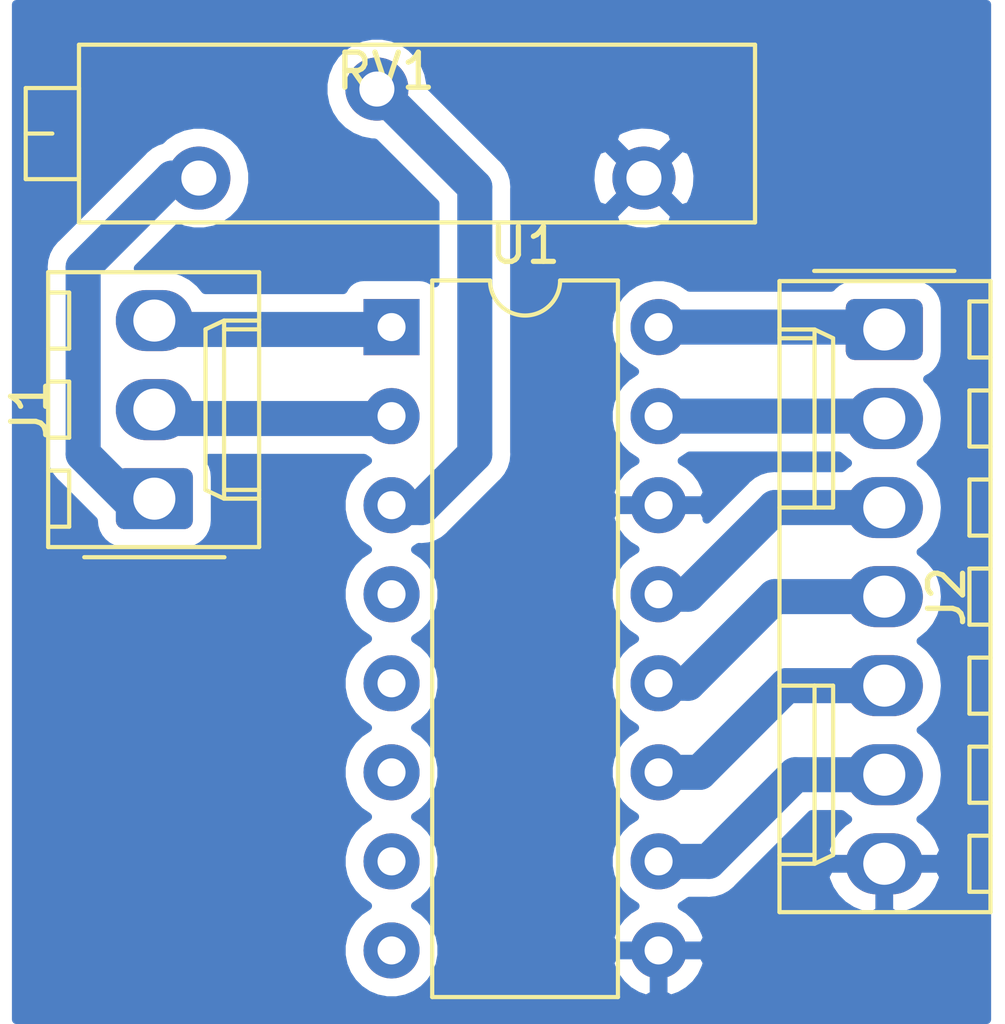
<source format=kicad_pcb>
(kicad_pcb (version 20171130) (host pcbnew "(5.1.5)-3")

  (general
    (thickness 1.6)
    (drawings 0)
    (tracks 30)
    (zones 0)
    (modules 4)
    (nets 17)
  )

  (page A4)
  (layers
    (0 F.Cu signal)
    (31 B.Cu signal)
    (32 B.Adhes user)
    (33 F.Adhes user)
    (34 B.Paste user)
    (35 F.Paste user)
    (36 B.SilkS user)
    (37 F.SilkS user)
    (38 B.Mask user)
    (39 F.Mask user)
    (40 Dwgs.User user)
    (41 Cmts.User user)
    (42 Eco1.User user)
    (43 Eco2.User user)
    (44 Edge.Cuts user)
    (45 Margin user)
    (46 B.CrtYd user)
    (47 F.CrtYd user)
    (48 B.Fab user)
    (49 F.Fab user)
  )

  (setup
    (last_trace_width 0.25)
    (user_trace_width 1)
    (trace_clearance 0.2)
    (zone_clearance 0.508)
    (zone_45_only no)
    (trace_min 0.2)
    (via_size 0.8)
    (via_drill 0.4)
    (via_min_size 0.4)
    (via_min_drill 0.3)
    (uvia_size 0.3)
    (uvia_drill 0.1)
    (uvias_allowed no)
    (uvia_min_size 0.2)
    (uvia_min_drill 0.1)
    (edge_width 0.05)
    (segment_width 0.2)
    (pcb_text_width 0.3)
    (pcb_text_size 1.5 1.5)
    (mod_edge_width 0.12)
    (mod_text_size 1 1)
    (mod_text_width 0.15)
    (pad_size 1.524 1.524)
    (pad_drill 0.762)
    (pad_to_mask_clearance 0.051)
    (solder_mask_min_width 0.25)
    (aux_axis_origin 0 0)
    (visible_elements 7FFFFFFF)
    (pcbplotparams
      (layerselection 0x010fc_ffffffff)
      (usegerberextensions false)
      (usegerberattributes false)
      (usegerberadvancedattributes false)
      (creategerberjobfile false)
      (excludeedgelayer true)
      (linewidth 0.100000)
      (plotframeref false)
      (viasonmask false)
      (mode 1)
      (useauxorigin false)
      (hpglpennumber 1)
      (hpglpenspeed 20)
      (hpglpendiameter 15.000000)
      (psnegative false)
      (psa4output false)
      (plotreference true)
      (plotvalue true)
      (plotinvisibletext false)
      (padsonsilk false)
      (subtractmaskfromsilk false)
      (outputformat 1)
      (mirror false)
      (drillshape 1)
      (scaleselection 1)
      (outputdirectory ""))
  )

  (net 0 "")
  (net 1 "Net-(J1-Pad2)")
  (net 2 "Net-(J1-Pad1)")
  (net 3 "Net-(J2-Pad6)")
  (net 4 "Net-(J2-Pad5)")
  (net 5 "Net-(J2-Pad4)")
  (net 6 "Net-(J2-Pad3)")
  (net 7 "Net-(J2-Pad2)")
  (net 8 "Net-(J2-Pad1)")
  (net 9 "Net-(U1-Pad8)")
  (net 10 "Net-(U1-Pad7)")
  (net 11 "Net-(U1-Pad6)")
  (net 12 "Net-(U1-Pad5)")
  (net 13 "Net-(U1-Pad4)")
  (net 14 "Net-(J1-Pad3)")
  (net 15 Earth)
  (net 16 "Net-(RV1-Pad2)")

  (net_class Default "Esta es la clase de red por defecto."
    (clearance 0.2)
    (trace_width 0.25)
    (via_dia 0.8)
    (via_drill 0.4)
    (uvia_dia 0.3)
    (uvia_drill 0.1)
    (add_net Earth)
    (add_net "Net-(J1-Pad1)")
    (add_net "Net-(J1-Pad2)")
    (add_net "Net-(J1-Pad3)")
    (add_net "Net-(J2-Pad1)")
    (add_net "Net-(J2-Pad2)")
    (add_net "Net-(J2-Pad3)")
    (add_net "Net-(J2-Pad4)")
    (add_net "Net-(J2-Pad5)")
    (add_net "Net-(J2-Pad6)")
    (add_net "Net-(RV1-Pad2)")
    (add_net "Net-(U1-Pad4)")
    (add_net "Net-(U1-Pad5)")
    (add_net "Net-(U1-Pad6)")
    (add_net "Net-(U1-Pad7)")
    (add_net "Net-(U1-Pad8)")
  )

  (module Connector_Molex:Molex_KK-254_AE-6410-03A_1x03_P2.54mm_Vertical (layer F.Cu) (tedit 5B78013E) (tstamp 5EFA3CA6)
    (at 118.364 77.724 90)
    (descr "Molex KK-254 Interconnect System, old/engineering part number: AE-6410-03A example for new part number: 22-27-2031, 3 Pins (http://www.molex.com/pdm_docs/sd/022272021_sd.pdf), generated with kicad-footprint-generator")
    (tags "connector Molex KK-254 side entry")
    (path /5EFA381E)
    (fp_text reference J1 (at 2.54 -3.556 90) (layer F.SilkS)
      (effects (font (size 1 1) (thickness 0.15)))
    )
    (fp_text value Screw_Terminal_01x03 (at 2.54 4.08 90) (layer F.Fab)
      (effects (font (size 1 1) (thickness 0.15)))
    )
    (fp_text user %R (at 2.54 -2.22 90) (layer F.Fab)
      (effects (font (size 1 1) (thickness 0.15)))
    )
    (fp_line (start 6.85 -3.42) (end -1.77 -3.42) (layer F.CrtYd) (width 0.05))
    (fp_line (start 6.85 3.38) (end 6.85 -3.42) (layer F.CrtYd) (width 0.05))
    (fp_line (start -1.77 3.38) (end 6.85 3.38) (layer F.CrtYd) (width 0.05))
    (fp_line (start -1.77 -3.42) (end -1.77 3.38) (layer F.CrtYd) (width 0.05))
    (fp_line (start 5.88 -2.43) (end 5.88 -3.03) (layer F.SilkS) (width 0.12))
    (fp_line (start 4.28 -2.43) (end 5.88 -2.43) (layer F.SilkS) (width 0.12))
    (fp_line (start 4.28 -3.03) (end 4.28 -2.43) (layer F.SilkS) (width 0.12))
    (fp_line (start 3.34 -2.43) (end 3.34 -3.03) (layer F.SilkS) (width 0.12))
    (fp_line (start 1.74 -2.43) (end 3.34 -2.43) (layer F.SilkS) (width 0.12))
    (fp_line (start 1.74 -3.03) (end 1.74 -2.43) (layer F.SilkS) (width 0.12))
    (fp_line (start 0.8 -2.43) (end 0.8 -3.03) (layer F.SilkS) (width 0.12))
    (fp_line (start -0.8 -2.43) (end 0.8 -2.43) (layer F.SilkS) (width 0.12))
    (fp_line (start -0.8 -3.03) (end -0.8 -2.43) (layer F.SilkS) (width 0.12))
    (fp_line (start 4.83 2.99) (end 4.83 1.99) (layer F.SilkS) (width 0.12))
    (fp_line (start 0.25 2.99) (end 0.25 1.99) (layer F.SilkS) (width 0.12))
    (fp_line (start 4.83 1.46) (end 5.08 1.99) (layer F.SilkS) (width 0.12))
    (fp_line (start 0.25 1.46) (end 4.83 1.46) (layer F.SilkS) (width 0.12))
    (fp_line (start 0 1.99) (end 0.25 1.46) (layer F.SilkS) (width 0.12))
    (fp_line (start 5.08 1.99) (end 5.08 2.99) (layer F.SilkS) (width 0.12))
    (fp_line (start 0 1.99) (end 5.08 1.99) (layer F.SilkS) (width 0.12))
    (fp_line (start 0 2.99) (end 0 1.99) (layer F.SilkS) (width 0.12))
    (fp_line (start -0.562893 0) (end -1.27 0.5) (layer F.Fab) (width 0.1))
    (fp_line (start -1.27 -0.5) (end -0.562893 0) (layer F.Fab) (width 0.1))
    (fp_line (start -1.67 -2) (end -1.67 2) (layer F.SilkS) (width 0.12))
    (fp_line (start 6.46 -3.03) (end -1.38 -3.03) (layer F.SilkS) (width 0.12))
    (fp_line (start 6.46 2.99) (end 6.46 -3.03) (layer F.SilkS) (width 0.12))
    (fp_line (start -1.38 2.99) (end 6.46 2.99) (layer F.SilkS) (width 0.12))
    (fp_line (start -1.38 -3.03) (end -1.38 2.99) (layer F.SilkS) (width 0.12))
    (fp_line (start 6.35 -2.92) (end -1.27 -2.92) (layer F.Fab) (width 0.1))
    (fp_line (start 6.35 2.88) (end 6.35 -2.92) (layer F.Fab) (width 0.1))
    (fp_line (start -1.27 2.88) (end 6.35 2.88) (layer F.Fab) (width 0.1))
    (fp_line (start -1.27 -2.92) (end -1.27 2.88) (layer F.Fab) (width 0.1))
    (pad 3 thru_hole oval (at 5.08 0 90) (size 1.74 2.2) (drill 1.2) (layers *.Cu *.Mask)
      (net 14 "Net-(J1-Pad3)"))
    (pad 2 thru_hole oval (at 2.54 0 90) (size 1.74 2.2) (drill 1.2) (layers *.Cu *.Mask)
      (net 1 "Net-(J1-Pad2)"))
    (pad 1 thru_hole roundrect (at 0 0 90) (size 1.74 2.2) (drill 1.2) (layers *.Cu *.Mask) (roundrect_rratio 0.143678)
      (net 2 "Net-(J1-Pad1)"))
    (model ${KISYS3DMOD}/Connector_Molex.3dshapes/Molex_KK-254_AE-6410-03A_1x03_P2.54mm_Vertical.wrl
      (at (xyz 0 0 0))
      (scale (xyz 1 1 1))
      (rotate (xyz 0 0 0))
    )
  )

  (module Potentiometer_THT:Potentiometer_Bourns_3006P_Horizontal (layer F.Cu) (tedit 5A3D4994) (tstamp 5EF6A05C)
    (at 132.334 68.58)
    (descr "Potentiometer, horizontal, Bourns 3006P, https://www.bourns.com/docs/Product-Datasheets/3006.pdf")
    (tags "Potentiometer horizontal Bourns 3006P")
    (path /5EF6BB3C)
    (fp_text reference RV1 (at -7.366 -3.048) (layer F.SilkS)
      (effects (font (size 1 1) (thickness 0.15)))
    )
    (fp_text value 500k (at -7.235 2.395) (layer F.Fab)
      (effects (font (size 1 1) (thickness 0.15)))
    )
    (fp_text user %R (at -6.475 -1.27) (layer F.Fab)
      (effects (font (size 1 1) (thickness 0.15)))
    )
    (fp_line (start 3.35 -3.95) (end -17.8 -3.95) (layer F.CrtYd) (width 0.05))
    (fp_line (start 3.35 1.4) (end 3.35 -3.95) (layer F.CrtYd) (width 0.05))
    (fp_line (start -17.8 1.4) (end 3.35 1.4) (layer F.CrtYd) (width 0.05))
    (fp_line (start -17.8 -3.95) (end -17.8 1.4) (layer F.CrtYd) (width 0.05))
    (fp_line (start -17.64 -1.27) (end -16.881 -1.27) (layer F.SilkS) (width 0.12))
    (fp_line (start -16.121 -2.569) (end -16.121 0.03) (layer F.SilkS) (width 0.12))
    (fp_line (start -17.64 -2.569) (end -17.64 0.03) (layer F.SilkS) (width 0.12))
    (fp_line (start -17.64 0.03) (end -16.121 0.03) (layer F.SilkS) (width 0.12))
    (fp_line (start -17.64 -2.569) (end -16.121 -2.569) (layer F.SilkS) (width 0.12))
    (fp_line (start 3.17 -3.805) (end 3.17 1.265) (layer F.SilkS) (width 0.12))
    (fp_line (start -16.12 -3.805) (end -16.12 1.265) (layer F.SilkS) (width 0.12))
    (fp_line (start -16.12 1.265) (end 3.17 1.265) (layer F.SilkS) (width 0.12))
    (fp_line (start -16.12 -3.805) (end 3.17 -3.805) (layer F.SilkS) (width 0.12))
    (fp_line (start -17.52 -1.27) (end -16.76 -1.27) (layer F.Fab) (width 0.1))
    (fp_line (start -16 -2.45) (end -17.52 -2.45) (layer F.Fab) (width 0.1))
    (fp_line (start -16 -0.09) (end -16 -2.45) (layer F.Fab) (width 0.1))
    (fp_line (start -17.52 -0.09) (end -16 -0.09) (layer F.Fab) (width 0.1))
    (fp_line (start -17.52 -2.45) (end -17.52 -0.09) (layer F.Fab) (width 0.1))
    (fp_line (start 3.05 -3.685) (end -16 -3.685) (layer F.Fab) (width 0.1))
    (fp_line (start 3.05 1.145) (end 3.05 -3.685) (layer F.Fab) (width 0.1))
    (fp_line (start -16 1.145) (end 3.05 1.145) (layer F.Fab) (width 0.1))
    (fp_line (start -16 -3.685) (end -16 1.145) (layer F.Fab) (width 0.1))
    (pad 3 thru_hole circle (at -12.7 0) (size 1.8 1.8) (drill 1) (layers *.Cu *.Mask)
      (net 2 "Net-(J1-Pad1)"))
    (pad 2 thru_hole circle (at -7.62 -2.54) (size 1.8 1.8) (drill 1) (layers *.Cu *.Mask)
      (net 16 "Net-(RV1-Pad2)"))
    (pad 1 thru_hole circle (at 0 0) (size 1.8 1.8) (drill 1) (layers *.Cu *.Mask)
      (net 15 Earth))
    (model ${KISYS3DMOD}/Potentiometer_THT.3dshapes/Potentiometer_Bourns_3006P_Horizontal.wrl
      (at (xyz 0 0 0))
      (scale (xyz 1 1 1))
      (rotate (xyz 0 0 0))
    )
  )

  (module Package_DIP:DIP-16_W7.62mm (layer F.Cu) (tedit 5A02E8C5) (tstamp 5EF4EF16)
    (at 125.132 72.83)
    (descr "16-lead though-hole mounted DIP package, row spacing 7.62 mm (300 mils)")
    (tags "THT DIP DIL PDIP 2.54mm 7.62mm 300mil")
    (path /5EF4E0FD)
    (fp_text reference U1 (at 3.81 -2.33) (layer F.SilkS)
      (effects (font (size 1 1) (thickness 0.15)))
    )
    (fp_text value MCP3008 (at 3.81 18.61) (layer F.Fab)
      (effects (font (size 1 1) (thickness 0.15)))
    )
    (fp_text user %R (at 3.81 8.89) (layer F.Fab)
      (effects (font (size 1 1) (thickness 0.15)))
    )
    (fp_line (start 8.7 -1.55) (end -1.1 -1.55) (layer F.CrtYd) (width 0.05))
    (fp_line (start 8.7 19.3) (end 8.7 -1.55) (layer F.CrtYd) (width 0.05))
    (fp_line (start -1.1 19.3) (end 8.7 19.3) (layer F.CrtYd) (width 0.05))
    (fp_line (start -1.1 -1.55) (end -1.1 19.3) (layer F.CrtYd) (width 0.05))
    (fp_line (start 6.46 -1.33) (end 4.81 -1.33) (layer F.SilkS) (width 0.12))
    (fp_line (start 6.46 19.11) (end 6.46 -1.33) (layer F.SilkS) (width 0.12))
    (fp_line (start 1.16 19.11) (end 6.46 19.11) (layer F.SilkS) (width 0.12))
    (fp_line (start 1.16 -1.33) (end 1.16 19.11) (layer F.SilkS) (width 0.12))
    (fp_line (start 2.81 -1.33) (end 1.16 -1.33) (layer F.SilkS) (width 0.12))
    (fp_line (start 0.635 -0.27) (end 1.635 -1.27) (layer F.Fab) (width 0.1))
    (fp_line (start 0.635 19.05) (end 0.635 -0.27) (layer F.Fab) (width 0.1))
    (fp_line (start 6.985 19.05) (end 0.635 19.05) (layer F.Fab) (width 0.1))
    (fp_line (start 6.985 -1.27) (end 6.985 19.05) (layer F.Fab) (width 0.1))
    (fp_line (start 1.635 -1.27) (end 6.985 -1.27) (layer F.Fab) (width 0.1))
    (fp_arc (start 3.81 -1.33) (end 2.81 -1.33) (angle -180) (layer F.SilkS) (width 0.12))
    (pad 16 thru_hole oval (at 7.62 0) (size 1.6 1.6) (drill 0.8) (layers *.Cu *.Mask)
      (net 8 "Net-(J2-Pad1)"))
    (pad 8 thru_hole oval (at 0 17.78) (size 1.6 1.6) (drill 0.8) (layers *.Cu *.Mask)
      (net 9 "Net-(U1-Pad8)"))
    (pad 15 thru_hole oval (at 7.62 2.54) (size 1.6 1.6) (drill 0.8) (layers *.Cu *.Mask)
      (net 7 "Net-(J2-Pad2)"))
    (pad 7 thru_hole oval (at 0 15.24) (size 1.6 1.6) (drill 0.8) (layers *.Cu *.Mask)
      (net 10 "Net-(U1-Pad7)"))
    (pad 14 thru_hole oval (at 7.62 5.08) (size 1.6 1.6) (drill 0.8) (layers *.Cu *.Mask)
      (net 15 Earth))
    (pad 6 thru_hole oval (at 0 12.7) (size 1.6 1.6) (drill 0.8) (layers *.Cu *.Mask)
      (net 11 "Net-(U1-Pad6)"))
    (pad 13 thru_hole oval (at 7.62 7.62) (size 1.6 1.6) (drill 0.8) (layers *.Cu *.Mask)
      (net 6 "Net-(J2-Pad3)"))
    (pad 5 thru_hole oval (at 0 10.16) (size 1.6 1.6) (drill 0.8) (layers *.Cu *.Mask)
      (net 12 "Net-(U1-Pad5)"))
    (pad 12 thru_hole oval (at 7.62 10.16) (size 1.6 1.6) (drill 0.8) (layers *.Cu *.Mask)
      (net 5 "Net-(J2-Pad4)"))
    (pad 4 thru_hole oval (at 0 7.62) (size 1.6 1.6) (drill 0.8) (layers *.Cu *.Mask)
      (net 13 "Net-(U1-Pad4)"))
    (pad 11 thru_hole oval (at 7.62 12.7) (size 1.6 1.6) (drill 0.8) (layers *.Cu *.Mask)
      (net 4 "Net-(J2-Pad5)"))
    (pad 3 thru_hole oval (at 0 5.08) (size 1.6 1.6) (drill 0.8) (layers *.Cu *.Mask)
      (net 16 "Net-(RV1-Pad2)"))
    (pad 10 thru_hole oval (at 7.62 15.24) (size 1.6 1.6) (drill 0.8) (layers *.Cu *.Mask)
      (net 3 "Net-(J2-Pad6)"))
    (pad 2 thru_hole oval (at 0 2.54) (size 1.6 1.6) (drill 0.8) (layers *.Cu *.Mask)
      (net 1 "Net-(J1-Pad2)"))
    (pad 9 thru_hole oval (at 7.62 17.78) (size 1.6 1.6) (drill 0.8) (layers *.Cu *.Mask)
      (net 15 Earth))
    (pad 1 thru_hole rect (at 0 0) (size 1.6 1.6) (drill 0.8) (layers *.Cu *.Mask)
      (net 14 "Net-(J1-Pad3)"))
    (model ${KISYS3DMOD}/Package_DIP.3dshapes/DIP-16_W7.62mm.wrl
      (at (xyz 0 0 0))
      (scale (xyz 1 1 1))
      (rotate (xyz 0 0 0))
    )
  )

  (module Connector_Molex:Molex_KK-254_AE-6410-07A_1x07_P2.54mm_Vertical (layer F.Cu) (tedit 5B78013E) (tstamp 5EF4EEF2)
    (at 139.192 72.898 270)
    (descr "Molex KK-254 Interconnect System, old/engineering part number: AE-6410-07A example for new part number: 22-27-2071, 7 Pins (http://www.molex.com/pdm_docs/sd/022272021_sd.pdf), generated with kicad-footprint-generator")
    (tags "connector Molex KK-254 side entry")
    (path /5EF54988)
    (fp_text reference J2 (at 7.62 -1.778 90) (layer F.SilkS)
      (effects (font (size 1 1) (thickness 0.15)))
    )
    (fp_text value Screw_Terminal_01x07 (at 7.62 4.08 90) (layer F.Fab)
      (effects (font (size 1 1) (thickness 0.15)))
    )
    (fp_text user %R (at 7.62 -2.22 90) (layer F.Fab)
      (effects (font (size 1 1) (thickness 0.15)))
    )
    (fp_line (start 17.01 -3.42) (end -1.77 -3.42) (layer F.CrtYd) (width 0.05))
    (fp_line (start 17.01 3.38) (end 17.01 -3.42) (layer F.CrtYd) (width 0.05))
    (fp_line (start -1.77 3.38) (end 17.01 3.38) (layer F.CrtYd) (width 0.05))
    (fp_line (start -1.77 -3.42) (end -1.77 3.38) (layer F.CrtYd) (width 0.05))
    (fp_line (start 16.04 -2.43) (end 16.04 -3.03) (layer F.SilkS) (width 0.12))
    (fp_line (start 14.44 -2.43) (end 16.04 -2.43) (layer F.SilkS) (width 0.12))
    (fp_line (start 14.44 -3.03) (end 14.44 -2.43) (layer F.SilkS) (width 0.12))
    (fp_line (start 13.5 -2.43) (end 13.5 -3.03) (layer F.SilkS) (width 0.12))
    (fp_line (start 11.9 -2.43) (end 13.5 -2.43) (layer F.SilkS) (width 0.12))
    (fp_line (start 11.9 -3.03) (end 11.9 -2.43) (layer F.SilkS) (width 0.12))
    (fp_line (start 10.96 -2.43) (end 10.96 -3.03) (layer F.SilkS) (width 0.12))
    (fp_line (start 9.36 -2.43) (end 10.96 -2.43) (layer F.SilkS) (width 0.12))
    (fp_line (start 9.36 -3.03) (end 9.36 -2.43) (layer F.SilkS) (width 0.12))
    (fp_line (start 8.42 -2.43) (end 8.42 -3.03) (layer F.SilkS) (width 0.12))
    (fp_line (start 6.82 -2.43) (end 8.42 -2.43) (layer F.SilkS) (width 0.12))
    (fp_line (start 6.82 -3.03) (end 6.82 -2.43) (layer F.SilkS) (width 0.12))
    (fp_line (start 5.88 -2.43) (end 5.88 -3.03) (layer F.SilkS) (width 0.12))
    (fp_line (start 4.28 -2.43) (end 5.88 -2.43) (layer F.SilkS) (width 0.12))
    (fp_line (start 4.28 -3.03) (end 4.28 -2.43) (layer F.SilkS) (width 0.12))
    (fp_line (start 3.34 -2.43) (end 3.34 -3.03) (layer F.SilkS) (width 0.12))
    (fp_line (start 1.74 -2.43) (end 3.34 -2.43) (layer F.SilkS) (width 0.12))
    (fp_line (start 1.74 -3.03) (end 1.74 -2.43) (layer F.SilkS) (width 0.12))
    (fp_line (start 0.8 -2.43) (end 0.8 -3.03) (layer F.SilkS) (width 0.12))
    (fp_line (start -0.8 -2.43) (end 0.8 -2.43) (layer F.SilkS) (width 0.12))
    (fp_line (start -0.8 -3.03) (end -0.8 -2.43) (layer F.SilkS) (width 0.12))
    (fp_line (start 14.99 2.99) (end 14.99 1.99) (layer F.SilkS) (width 0.12))
    (fp_line (start 10.16 1.46) (end 10.16 1.99) (layer F.SilkS) (width 0.12))
    (fp_line (start 14.99 1.46) (end 10.16 1.46) (layer F.SilkS) (width 0.12))
    (fp_line (start 15.24 1.99) (end 14.99 1.46) (layer F.SilkS) (width 0.12))
    (fp_line (start 10.16 1.99) (end 10.16 2.99) (layer F.SilkS) (width 0.12))
    (fp_line (start 15.24 1.99) (end 10.16 1.99) (layer F.SilkS) (width 0.12))
    (fp_line (start 15.24 2.99) (end 15.24 1.99) (layer F.SilkS) (width 0.12))
    (fp_line (start 0.25 2.99) (end 0.25 1.99) (layer F.SilkS) (width 0.12))
    (fp_line (start 5.08 1.46) (end 5.08 1.99) (layer F.SilkS) (width 0.12))
    (fp_line (start 0.25 1.46) (end 5.08 1.46) (layer F.SilkS) (width 0.12))
    (fp_line (start 0 1.99) (end 0.25 1.46) (layer F.SilkS) (width 0.12))
    (fp_line (start 5.08 1.99) (end 5.08 2.99) (layer F.SilkS) (width 0.12))
    (fp_line (start 0 1.99) (end 5.08 1.99) (layer F.SilkS) (width 0.12))
    (fp_line (start 0 2.99) (end 0 1.99) (layer F.SilkS) (width 0.12))
    (fp_line (start -0.562893 0) (end -1.27 0.5) (layer F.Fab) (width 0.1))
    (fp_line (start -1.27 -0.5) (end -0.562893 0) (layer F.Fab) (width 0.1))
    (fp_line (start -1.67 -2) (end -1.67 2) (layer F.SilkS) (width 0.12))
    (fp_line (start 16.62 -3.03) (end -1.38 -3.03) (layer F.SilkS) (width 0.12))
    (fp_line (start 16.62 2.99) (end 16.62 -3.03) (layer F.SilkS) (width 0.12))
    (fp_line (start -1.38 2.99) (end 16.62 2.99) (layer F.SilkS) (width 0.12))
    (fp_line (start -1.38 -3.03) (end -1.38 2.99) (layer F.SilkS) (width 0.12))
    (fp_line (start 16.51 -2.92) (end -1.27 -2.92) (layer F.Fab) (width 0.1))
    (fp_line (start 16.51 2.88) (end 16.51 -2.92) (layer F.Fab) (width 0.1))
    (fp_line (start -1.27 2.88) (end 16.51 2.88) (layer F.Fab) (width 0.1))
    (fp_line (start -1.27 -2.92) (end -1.27 2.88) (layer F.Fab) (width 0.1))
    (pad 7 thru_hole oval (at 15.24 0 270) (size 1.74 2.2) (drill 1.2) (layers *.Cu *.Mask)
      (net 15 Earth))
    (pad 6 thru_hole oval (at 12.7 0 270) (size 1.74 2.2) (drill 1.2) (layers *.Cu *.Mask)
      (net 3 "Net-(J2-Pad6)"))
    (pad 5 thru_hole oval (at 10.16 0 270) (size 1.74 2.2) (drill 1.2) (layers *.Cu *.Mask)
      (net 4 "Net-(J2-Pad5)"))
    (pad 4 thru_hole oval (at 7.62 0 270) (size 1.74 2.2) (drill 1.2) (layers *.Cu *.Mask)
      (net 5 "Net-(J2-Pad4)"))
    (pad 3 thru_hole oval (at 5.08 0 270) (size 1.74 2.2) (drill 1.2) (layers *.Cu *.Mask)
      (net 6 "Net-(J2-Pad3)"))
    (pad 2 thru_hole oval (at 2.54 0 270) (size 1.74 2.2) (drill 1.2) (layers *.Cu *.Mask)
      (net 7 "Net-(J2-Pad2)"))
    (pad 1 thru_hole roundrect (at 0 0 270) (size 1.74 2.2) (drill 1.2) (layers *.Cu *.Mask) (roundrect_rratio 0.143678)
      (net 8 "Net-(J2-Pad1)"))
    (model ${KISYS3DMOD}/Connector_Molex.3dshapes/Molex_KK-254_AE-6410-07A_1x07_P2.54mm_Vertical.wrl
      (at (xyz 0 0 0))
      (scale (xyz 1 1 1))
      (rotate (xyz 0 0 0))
    )
  )

  (segment (start 136.652 85.598) (end 139.192 85.598) (width 1) (layer B.Cu) (net 3))
  (segment (start 132.752 88.07) (end 134.18 88.07) (width 1) (layer B.Cu) (net 3))
  (segment (start 134.18 88.07) (end 136.652 85.598) (width 1) (layer B.Cu) (net 3))
  (segment (start 136.398 83.058) (end 139.192 83.058) (width 1) (layer B.Cu) (net 4))
  (segment (start 132.752 85.53) (end 133.926 85.53) (width 1) (layer B.Cu) (net 4))
  (segment (start 133.926 85.53) (end 136.398 83.058) (width 1) (layer B.Cu) (net 4))
  (segment (start 136.065 80.518) (end 139.192 80.518) (width 1) (layer B.Cu) (net 5))
  (segment (start 132.752 82.99) (end 133.593 82.99) (width 1) (layer B.Cu) (net 5))
  (segment (start 133.593 82.99) (end 136.065 80.518) (width 1) (layer B.Cu) (net 5))
  (segment (start 136.065 77.978) (end 139.192 77.978) (width 1) (layer B.Cu) (net 6))
  (segment (start 132.752 80.45) (end 133.593 80.45) (width 1) (layer B.Cu) (net 6))
  (segment (start 133.593 80.45) (end 136.065 77.978) (width 1) (layer B.Cu) (net 6))
  (segment (start 139.124 75.37) (end 139.192 75.438) (width 1) (layer B.Cu) (net 7))
  (segment (start 132.752 75.37) (end 139.124 75.37) (width 1) (layer B.Cu) (net 7))
  (segment (start 139.124 72.83) (end 139.192 72.898) (width 1) (layer B.Cu) (net 8))
  (segment (start 132.752 72.83) (end 139.124 72.83) (width 1) (layer B.Cu) (net 8))
  (segment (start 125.064 72.898) (end 125.132 72.83) (width 1) (layer B.Cu) (net 14))
  (segment (start 118.618 72.898) (end 125.064 72.898) (width 1) (layer B.Cu) (net 14))
  (segment (start 125.064 75.438) (end 125.132 75.37) (width 1) (layer B.Cu) (net 1))
  (segment (start 118.618 75.438) (end 125.064 75.438) (width 1) (layer B.Cu) (net 1))
  (segment (start 118.872 68.58) (end 119.634 68.58) (width 1) (layer B.Cu) (net 2))
  (segment (start 116.332 71.12) (end 118.872 68.58) (width 1) (layer B.Cu) (net 2))
  (segment (start 116.332 76.454) (end 116.332 71.12) (width 1) (layer B.Cu) (net 2))
  (segment (start 118.618 77.978) (end 117.856 77.978) (width 1) (layer B.Cu) (net 2))
  (segment (start 117.856 77.978) (end 116.332 76.454) (width 1) (layer B.Cu) (net 2))
  (segment (start 127.508 76.454) (end 125.984 77.978) (width 1) (layer B.Cu) (net 16))
  (segment (start 125.2 77.978) (end 125.132 77.91) (width 1) (layer B.Cu) (net 16))
  (segment (start 124.714 66.04) (end 127.508 68.834) (width 1) (layer B.Cu) (net 16))
  (segment (start 125.984 77.978) (end 125.2 77.978) (width 1) (layer B.Cu) (net 16))
  (segment (start 127.508 68.834) (end 127.508 76.454) (width 1) (layer B.Cu) (net 16))

  (zone (net 15) (net_name Earth) (layer B.Cu) (tstamp 5EFA3DD1) (hatch edge 0.508)
    (connect_pads (clearance 0.508))
    (min_thickness 0.254)
    (fill yes (arc_segments 32) (thermal_gap 0.508) (thermal_bridge_width 0.508))
    (polygon
      (pts
        (xy 142.24 92.71) (xy 114.3 92.71) (xy 114.3 63.5) (xy 142.24 63.5)
      )
    )
    (filled_polygon
      (pts
        (xy 142.113 92.583) (xy 114.427 92.583) (xy 114.427 71.12) (xy 115.191509 71.12) (xy 115.197001 71.175761)
        (xy 115.197 76.398248) (xy 115.191509 76.454) (xy 115.197 76.509751) (xy 115.213423 76.676498) (xy 115.278324 76.890446)
        (xy 115.383716 77.087623) (xy 115.525551 77.260449) (xy 115.568865 77.295996) (xy 116.626918 78.354049) (xy 116.642992 78.517255)
        (xy 116.693528 78.683851) (xy 116.775595 78.837387) (xy 116.886038 78.971962) (xy 117.020613 79.082405) (xy 117.174149 79.164472)
        (xy 117.340745 79.215008) (xy 117.513999 79.232072) (xy 119.214001 79.232072) (xy 119.387255 79.215008) (xy 119.553851 79.164472)
        (xy 119.707387 79.082405) (xy 119.841962 78.971962) (xy 119.952405 78.837387) (xy 120.034472 78.683851) (xy 120.085008 78.517255)
        (xy 120.102072 78.344001) (xy 120.102072 77.103999) (xy 120.085008 76.930745) (xy 120.034472 76.764149) (xy 119.952405 76.610613)
        (xy 119.921537 76.573) (xy 124.349486 76.573) (xy 124.449759 76.64) (xy 124.217241 76.795363) (xy 124.017363 76.995241)
        (xy 123.86032 77.230273) (xy 123.752147 77.491426) (xy 123.697 77.768665) (xy 123.697 78.051335) (xy 123.752147 78.328574)
        (xy 123.86032 78.589727) (xy 124.017363 78.824759) (xy 124.217241 79.024637) (xy 124.449759 79.18) (xy 124.217241 79.335363)
        (xy 124.017363 79.535241) (xy 123.86032 79.770273) (xy 123.752147 80.031426) (xy 123.697 80.308665) (xy 123.697 80.591335)
        (xy 123.752147 80.868574) (xy 123.86032 81.129727) (xy 124.017363 81.364759) (xy 124.217241 81.564637) (xy 124.449759 81.72)
        (xy 124.217241 81.875363) (xy 124.017363 82.075241) (xy 123.86032 82.310273) (xy 123.752147 82.571426) (xy 123.697 82.848665)
        (xy 123.697 83.131335) (xy 123.752147 83.408574) (xy 123.86032 83.669727) (xy 124.017363 83.904759) (xy 124.217241 84.104637)
        (xy 124.449759 84.26) (xy 124.217241 84.415363) (xy 124.017363 84.615241) (xy 123.86032 84.850273) (xy 123.752147 85.111426)
        (xy 123.697 85.388665) (xy 123.697 85.671335) (xy 123.752147 85.948574) (xy 123.86032 86.209727) (xy 124.017363 86.444759)
        (xy 124.217241 86.644637) (xy 124.449759 86.8) (xy 124.217241 86.955363) (xy 124.017363 87.155241) (xy 123.86032 87.390273)
        (xy 123.752147 87.651426) (xy 123.697 87.928665) (xy 123.697 88.211335) (xy 123.752147 88.488574) (xy 123.86032 88.749727)
        (xy 124.017363 88.984759) (xy 124.217241 89.184637) (xy 124.449759 89.34) (xy 124.217241 89.495363) (xy 124.017363 89.695241)
        (xy 123.86032 89.930273) (xy 123.752147 90.191426) (xy 123.697 90.468665) (xy 123.697 90.751335) (xy 123.752147 91.028574)
        (xy 123.86032 91.289727) (xy 124.017363 91.524759) (xy 124.217241 91.724637) (xy 124.452273 91.88168) (xy 124.713426 91.989853)
        (xy 124.990665 92.045) (xy 125.273335 92.045) (xy 125.550574 91.989853) (xy 125.811727 91.88168) (xy 126.046759 91.724637)
        (xy 126.246637 91.524759) (xy 126.40368 91.289727) (xy 126.511853 91.028574) (xy 126.525684 90.959039) (xy 131.360096 90.959039)
        (xy 131.400754 91.093087) (xy 131.520963 91.34742) (xy 131.688481 91.573414) (xy 131.896869 91.762385) (xy 132.138119 91.90707)
        (xy 132.40296 92.001909) (xy 132.625 91.880624) (xy 132.625 90.737) (xy 132.879 90.737) (xy 132.879 91.880624)
        (xy 133.10104 92.001909) (xy 133.365881 91.90707) (xy 133.607131 91.762385) (xy 133.815519 91.573414) (xy 133.983037 91.34742)
        (xy 134.103246 91.093087) (xy 134.143904 90.959039) (xy 134.021915 90.737) (xy 132.879 90.737) (xy 132.625 90.737)
        (xy 131.482085 90.737) (xy 131.360096 90.959039) (xy 126.525684 90.959039) (xy 126.567 90.751335) (xy 126.567 90.468665)
        (xy 126.511853 90.191426) (xy 126.40368 89.930273) (xy 126.246637 89.695241) (xy 126.046759 89.495363) (xy 125.814241 89.34)
        (xy 126.046759 89.184637) (xy 126.246637 88.984759) (xy 126.40368 88.749727) (xy 126.511853 88.488574) (xy 126.567 88.211335)
        (xy 126.567 87.928665) (xy 126.511853 87.651426) (xy 126.40368 87.390273) (xy 126.246637 87.155241) (xy 126.046759 86.955363)
        (xy 125.814241 86.8) (xy 126.046759 86.644637) (xy 126.246637 86.444759) (xy 126.40368 86.209727) (xy 126.511853 85.948574)
        (xy 126.567 85.671335) (xy 126.567 85.388665) (xy 126.511853 85.111426) (xy 126.40368 84.850273) (xy 126.246637 84.615241)
        (xy 126.046759 84.415363) (xy 125.814241 84.26) (xy 126.046759 84.104637) (xy 126.246637 83.904759) (xy 126.40368 83.669727)
        (xy 126.511853 83.408574) (xy 126.567 83.131335) (xy 126.567 82.848665) (xy 126.511853 82.571426) (xy 126.40368 82.310273)
        (xy 126.246637 82.075241) (xy 126.046759 81.875363) (xy 125.814241 81.72) (xy 126.046759 81.564637) (xy 126.246637 81.364759)
        (xy 126.40368 81.129727) (xy 126.511853 80.868574) (xy 126.567 80.591335) (xy 126.567 80.308665) (xy 126.511853 80.031426)
        (xy 126.40368 79.770273) (xy 126.246637 79.535241) (xy 126.046759 79.335363) (xy 125.814241 79.18) (xy 125.914514 79.113)
        (xy 125.928249 79.113) (xy 125.984 79.118491) (xy 126.039751 79.113) (xy 126.039752 79.113) (xy 126.206499 79.096577)
        (xy 126.420447 79.031676) (xy 126.617623 78.926284) (xy 126.790449 78.784449) (xy 126.825996 78.741135) (xy 128.27114 77.295991)
        (xy 128.314449 77.260449) (xy 128.456284 77.087623) (xy 128.561676 76.890447) (xy 128.626577 76.676499) (xy 128.643 76.509752)
        (xy 128.643 76.509743) (xy 128.64849 76.454001) (xy 128.643 76.398259) (xy 128.643 72.688665) (xy 131.317 72.688665)
        (xy 131.317 72.971335) (xy 131.372147 73.248574) (xy 131.48032 73.509727) (xy 131.637363 73.744759) (xy 131.837241 73.944637)
        (xy 132.069759 74.1) (xy 131.837241 74.255363) (xy 131.637363 74.455241) (xy 131.48032 74.690273) (xy 131.372147 74.951426)
        (xy 131.317 75.228665) (xy 131.317 75.511335) (xy 131.372147 75.788574) (xy 131.48032 76.049727) (xy 131.637363 76.284759)
        (xy 131.837241 76.484637) (xy 132.072273 76.64168) (xy 132.082865 76.646067) (xy 131.896869 76.757615) (xy 131.688481 76.946586)
        (xy 131.520963 77.17258) (xy 131.400754 77.426913) (xy 131.360096 77.560961) (xy 131.482085 77.783) (xy 132.625 77.783)
        (xy 132.625 77.763) (xy 132.879 77.763) (xy 132.879 77.783) (xy 134.021915 77.783) (xy 134.143904 77.560961)
        (xy 134.103246 77.426913) (xy 133.983037 77.17258) (xy 133.815519 76.946586) (xy 133.607131 76.757615) (xy 133.421135 76.646067)
        (xy 133.431727 76.64168) (xy 133.636284 76.505) (xy 137.890731 76.505) (xy 137.892655 76.507345) (xy 138.121821 76.695417)
        (xy 138.145362 76.708) (xy 138.121821 76.720583) (xy 137.972656 76.843) (xy 136.120751 76.843) (xy 136.065 76.837509)
        (xy 136.009248 76.843) (xy 135.842501 76.859423) (xy 135.628553 76.924324) (xy 135.431377 77.029716) (xy 135.258551 77.171551)
        (xy 135.223011 77.214857) (xy 134.128699 78.30917) (xy 134.143904 78.259039) (xy 134.021915 78.037) (xy 132.879 78.037)
        (xy 132.879 78.057) (xy 132.625 78.057) (xy 132.625 78.037) (xy 131.482085 78.037) (xy 131.360096 78.259039)
        (xy 131.400754 78.393087) (xy 131.520963 78.64742) (xy 131.688481 78.873414) (xy 131.896869 79.062385) (xy 132.082865 79.173933)
        (xy 132.072273 79.17832) (xy 131.837241 79.335363) (xy 131.637363 79.535241) (xy 131.48032 79.770273) (xy 131.372147 80.031426)
        (xy 131.317 80.308665) (xy 131.317 80.591335) (xy 131.372147 80.868574) (xy 131.48032 81.129727) (xy 131.637363 81.364759)
        (xy 131.837241 81.564637) (xy 132.069759 81.72) (xy 131.837241 81.875363) (xy 131.637363 82.075241) (xy 131.48032 82.310273)
        (xy 131.372147 82.571426) (xy 131.317 82.848665) (xy 131.317 83.131335) (xy 131.372147 83.408574) (xy 131.48032 83.669727)
        (xy 131.637363 83.904759) (xy 131.837241 84.104637) (xy 132.069759 84.26) (xy 131.837241 84.415363) (xy 131.637363 84.615241)
        (xy 131.48032 84.850273) (xy 131.372147 85.111426) (xy 131.317 85.388665) (xy 131.317 85.671335) (xy 131.372147 85.948574)
        (xy 131.48032 86.209727) (xy 131.637363 86.444759) (xy 131.837241 86.644637) (xy 132.069759 86.8) (xy 131.837241 86.955363)
        (xy 131.637363 87.155241) (xy 131.48032 87.390273) (xy 131.372147 87.651426) (xy 131.317 87.928665) (xy 131.317 88.211335)
        (xy 131.372147 88.488574) (xy 131.48032 88.749727) (xy 131.637363 88.984759) (xy 131.837241 89.184637) (xy 132.072273 89.34168)
        (xy 132.082865 89.346067) (xy 131.896869 89.457615) (xy 131.688481 89.646586) (xy 131.520963 89.87258) (xy 131.400754 90.126913)
        (xy 131.360096 90.260961) (xy 131.482085 90.483) (xy 132.625 90.483) (xy 132.625 90.463) (xy 132.879 90.463)
        (xy 132.879 90.483) (xy 134.021915 90.483) (xy 134.143904 90.260961) (xy 134.103246 90.126913) (xy 133.983037 89.87258)
        (xy 133.815519 89.646586) (xy 133.607131 89.457615) (xy 133.421135 89.346067) (xy 133.431727 89.34168) (xy 133.636284 89.205)
        (xy 134.124249 89.205) (xy 134.18 89.210491) (xy 134.235751 89.205) (xy 134.235752 89.205) (xy 134.402499 89.188577)
        (xy 134.616447 89.123676) (xy 134.813623 89.018284) (xy 134.986449 88.876449) (xy 135.021996 88.833135) (xy 135.3571 88.498031)
        (xy 137.500698 88.498031) (xy 137.518412 88.590502) (xy 137.634429 88.863437) (xy 137.801464 89.108494) (xy 138.013097 89.316256)
        (xy 138.261196 89.478738) (xy 138.536227 89.589696) (xy 138.82762 89.644866) (xy 139.065 89.488586) (xy 139.065 88.265)
        (xy 139.319 88.265) (xy 139.319 89.488586) (xy 139.55638 89.644866) (xy 139.847773 89.589696) (xy 140.122804 89.478738)
        (xy 140.370903 89.316256) (xy 140.582536 89.108494) (xy 140.749571 88.863437) (xy 140.865588 88.590502) (xy 140.883302 88.498031)
        (xy 140.762246 88.265) (xy 139.319 88.265) (xy 139.065 88.265) (xy 137.621754 88.265) (xy 137.500698 88.498031)
        (xy 135.3571 88.498031) (xy 137.122132 86.733) (xy 137.972656 86.733) (xy 138.121821 86.855417) (xy 138.149669 86.870302)
        (xy 138.013097 86.959744) (xy 137.801464 87.167506) (xy 137.634429 87.412563) (xy 137.518412 87.685498) (xy 137.500698 87.777969)
        (xy 137.621754 88.011) (xy 139.065 88.011) (xy 139.065 87.991) (xy 139.319 87.991) (xy 139.319 88.011)
        (xy 140.762246 88.011) (xy 140.883302 87.777969) (xy 140.865588 87.685498) (xy 140.749571 87.412563) (xy 140.582536 87.167506)
        (xy 140.370903 86.959744) (xy 140.234331 86.870302) (xy 140.262179 86.855417) (xy 140.491345 86.667345) (xy 140.679417 86.438179)
        (xy 140.819166 86.176725) (xy 140.905224 85.893032) (xy 140.934282 85.598) (xy 140.905224 85.302968) (xy 140.819166 85.019275)
        (xy 140.679417 84.757821) (xy 140.491345 84.528655) (xy 140.262179 84.340583) (xy 140.238638 84.328) (xy 140.262179 84.315417)
        (xy 140.491345 84.127345) (xy 140.679417 83.898179) (xy 140.819166 83.636725) (xy 140.905224 83.353032) (xy 140.934282 83.058)
        (xy 140.905224 82.762968) (xy 140.819166 82.479275) (xy 140.679417 82.217821) (xy 140.491345 81.988655) (xy 140.262179 81.800583)
        (xy 140.238638 81.788) (xy 140.262179 81.775417) (xy 140.491345 81.587345) (xy 140.679417 81.358179) (xy 140.819166 81.096725)
        (xy 140.905224 80.813032) (xy 140.934282 80.518) (xy 140.905224 80.222968) (xy 140.819166 79.939275) (xy 140.679417 79.677821)
        (xy 140.491345 79.448655) (xy 140.262179 79.260583) (xy 140.238638 79.248) (xy 140.262179 79.235417) (xy 140.491345 79.047345)
        (xy 140.679417 78.818179) (xy 140.819166 78.556725) (xy 140.905224 78.273032) (xy 140.934282 77.978) (xy 140.905224 77.682968)
        (xy 140.819166 77.399275) (xy 140.679417 77.137821) (xy 140.491345 76.908655) (xy 140.262179 76.720583) (xy 140.238638 76.708)
        (xy 140.262179 76.695417) (xy 140.491345 76.507345) (xy 140.679417 76.278179) (xy 140.819166 76.016725) (xy 140.905224 75.733032)
        (xy 140.934282 75.438) (xy 140.905224 75.142968) (xy 140.819166 74.859275) (xy 140.679417 74.597821) (xy 140.491345 74.368655)
        (xy 140.425886 74.314934) (xy 140.535387 74.256405) (xy 140.669962 74.145962) (xy 140.780405 74.011387) (xy 140.862472 73.857851)
        (xy 140.913008 73.691255) (xy 140.930072 73.518001) (xy 140.930072 72.277999) (xy 140.913008 72.104745) (xy 140.862472 71.938149)
        (xy 140.780405 71.784613) (xy 140.669962 71.650038) (xy 140.535387 71.539595) (xy 140.381851 71.457528) (xy 140.215255 71.406992)
        (xy 140.042001 71.389928) (xy 138.341999 71.389928) (xy 138.168745 71.406992) (xy 138.002149 71.457528) (xy 137.848613 71.539595)
        (xy 137.714038 71.650038) (xy 137.677139 71.695) (xy 133.636284 71.695) (xy 133.431727 71.55832) (xy 133.170574 71.450147)
        (xy 132.893335 71.395) (xy 132.610665 71.395) (xy 132.333426 71.450147) (xy 132.072273 71.55832) (xy 131.837241 71.715363)
        (xy 131.637363 71.915241) (xy 131.48032 72.150273) (xy 131.372147 72.411426) (xy 131.317 72.688665) (xy 128.643 72.688665)
        (xy 128.643 69.64408) (xy 131.449525 69.64408) (xy 131.533208 69.898261) (xy 131.805775 70.029158) (xy 132.098642 70.104365)
        (xy 132.400553 70.120991) (xy 132.699907 70.078397) (xy 132.985199 69.978222) (xy 133.134792 69.898261) (xy 133.218475 69.64408)
        (xy 132.334 68.759605) (xy 131.449525 69.64408) (xy 128.643 69.64408) (xy 128.643 68.889752) (xy 128.648491 68.834)
        (xy 128.63003 68.646553) (xy 130.793009 68.646553) (xy 130.835603 68.945907) (xy 130.935778 69.231199) (xy 131.015739 69.380792)
        (xy 131.26992 69.464475) (xy 132.154395 68.58) (xy 132.513605 68.58) (xy 133.39808 69.464475) (xy 133.652261 69.380792)
        (xy 133.783158 69.108225) (xy 133.858365 68.815358) (xy 133.874991 68.513447) (xy 133.832397 68.214093) (xy 133.732222 67.928801)
        (xy 133.652261 67.779208) (xy 133.39808 67.695525) (xy 132.513605 68.58) (xy 132.154395 68.58) (xy 131.26992 67.695525)
        (xy 131.015739 67.779208) (xy 130.884842 68.051775) (xy 130.809635 68.344642) (xy 130.793009 68.646553) (xy 128.63003 68.646553)
        (xy 128.626577 68.611501) (xy 128.561676 68.397553) (xy 128.456284 68.200377) (xy 128.349989 68.070856) (xy 128.349987 68.070854)
        (xy 128.314449 68.027551) (xy 128.271146 67.992013) (xy 127.795053 67.51592) (xy 131.449525 67.51592) (xy 132.334 68.400395)
        (xy 133.218475 67.51592) (xy 133.134792 67.261739) (xy 132.862225 67.130842) (xy 132.569358 67.055635) (xy 132.267447 67.039009)
        (xy 131.968093 67.081603) (xy 131.682801 67.181778) (xy 131.533208 67.261739) (xy 131.449525 67.51592) (xy 127.795053 67.51592)
        (xy 126.249 65.969868) (xy 126.249 65.888816) (xy 126.190011 65.592257) (xy 126.074299 65.312905) (xy 125.906312 65.061495)
        (xy 125.692505 64.847688) (xy 125.441095 64.679701) (xy 125.161743 64.563989) (xy 124.865184 64.505) (xy 124.562816 64.505)
        (xy 124.266257 64.563989) (xy 123.986905 64.679701) (xy 123.735495 64.847688) (xy 123.521688 65.061495) (xy 123.353701 65.312905)
        (xy 123.237989 65.592257) (xy 123.179 65.888816) (xy 123.179 66.191184) (xy 123.237989 66.487743) (xy 123.353701 66.767095)
        (xy 123.521688 67.018505) (xy 123.735495 67.232312) (xy 123.986905 67.400299) (xy 124.266257 67.516011) (xy 124.562816 67.575)
        (xy 124.643868 67.575) (xy 126.373 69.304133) (xy 126.373 71.570457) (xy 126.286494 71.499463) (xy 126.17618 71.440498)
        (xy 126.056482 71.404188) (xy 125.932 71.391928) (xy 124.332 71.391928) (xy 124.207518 71.404188) (xy 124.08782 71.440498)
        (xy 123.977506 71.499463) (xy 123.880815 71.578815) (xy 123.801463 71.675506) (xy 123.754696 71.763) (xy 119.817916 71.763)
        (xy 119.663345 71.574655) (xy 119.434179 71.386583) (xy 119.172725 71.246834) (xy 118.889032 71.160776) (xy 118.667936 71.139)
        (xy 118.060064 71.139) (xy 117.902625 71.154506) (xy 119.055346 70.001786) (xy 119.186257 70.056011) (xy 119.482816 70.115)
        (xy 119.785184 70.115) (xy 120.081743 70.056011) (xy 120.361095 69.940299) (xy 120.612505 69.772312) (xy 120.826312 69.558505)
        (xy 120.994299 69.307095) (xy 121.110011 69.027743) (xy 121.169 68.731184) (xy 121.169 68.428816) (xy 121.110011 68.132257)
        (xy 120.994299 67.852905) (xy 120.826312 67.601495) (xy 120.612505 67.387688) (xy 120.361095 67.219701) (xy 120.081743 67.103989)
        (xy 119.785184 67.045) (xy 119.482816 67.045) (xy 119.186257 67.103989) (xy 118.906905 67.219701) (xy 118.655495 67.387688)
        (xy 118.552263 67.49092) (xy 118.435553 67.526324) (xy 118.238377 67.631716) (xy 118.065551 67.773551) (xy 118.030009 67.816859)
        (xy 115.56886 70.278009) (xy 115.525552 70.313551) (xy 115.383717 70.486377) (xy 115.327384 70.59177) (xy 115.278324 70.683554)
        (xy 115.213423 70.897502) (xy 115.191509 71.12) (xy 114.427 71.12) (xy 114.427 63.627) (xy 142.113 63.627)
      )
    )
  )
)

</source>
